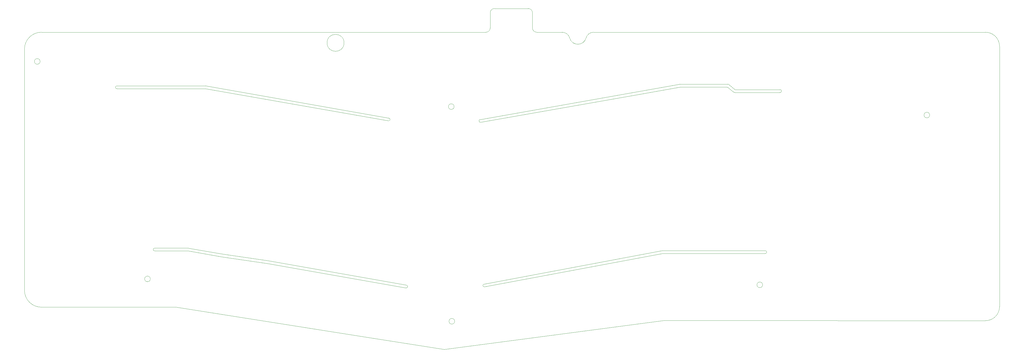
<source format=gbr>
%TF.GenerationSoftware,KiCad,Pcbnew,(6.0.1)*%
%TF.CreationDate,2022-01-26T01:35:16+07:00*%
%TF.ProjectId,Maja V1 PCB Redesign,4d616a61-2056-4312-9050-434220526564,rev?*%
%TF.SameCoordinates,Original*%
%TF.FileFunction,Profile,NP*%
%FSLAX46Y46*%
G04 Gerber Fmt 4.6, Leading zero omitted, Abs format (unit mm)*
G04 Created by KiCad (PCBNEW (6.0.1)) date 2022-01-26 01:35:16*
%MOMM*%
%LPD*%
G01*
G04 APERTURE LIST*
%TA.AperFunction,Profile*%
%ADD10C,0.050000*%
%TD*%
G04 APERTURE END LIST*
D10*
X45677031Y-96640770D02*
G75*
G03*
X45677031Y-96640770I-1000000J0D01*
G01*
X360477037Y-115640758D02*
G75*
G03*
X360477037Y-115640758I-1000000J0D01*
G01*
X192377043Y-188640764D02*
G75*
G03*
X192377043Y-188640764I-1000000J0D01*
G01*
X84677055Y-173640769D02*
G75*
G03*
X84677055Y-173640769I-1000000J0D01*
G01*
X301355793Y-175742746D02*
G75*
G03*
X301355793Y-175742746I-1000000J0D01*
G01*
X192177043Y-112640764D02*
G75*
G03*
X192177043Y-112640764I-1000000J0D01*
G01*
X153228623Y-90066692D02*
G75*
G03*
X153228623Y-90066692I-2999999J0D01*
G01*
X380207066Y-188440500D02*
G75*
G03*
X385207066Y-183440500I0J5000000D01*
G01*
X266409446Y-188350500D02*
X188697925Y-198602102D01*
X188697925Y-198602102D02*
X160664375Y-194199991D01*
X93742563Y-183641766D02*
X46139504Y-183653174D01*
X385207066Y-91307500D02*
X385207066Y-183440500D01*
X219907491Y-84807500D02*
G75*
G03*
X221407491Y-86307500I1500001J1D01*
G01*
X380045770Y-188440500D02*
X338691477Y-188405275D01*
X241529783Y-86307501D02*
G75*
G03*
X238873830Y-88344468I0J-2750000D01*
G01*
X206467490Y-77907500D02*
G75*
G03*
X204967490Y-79407500I1J-1500001D01*
G01*
X46138066Y-86307500D02*
G75*
G03*
X40138066Y-92307500I-1J-5999999D01*
G01*
X380207066Y-188440500D02*
X380045770Y-188440500D01*
X206467490Y-77907500D02*
X218407491Y-77907500D01*
X46138066Y-86307500D02*
X203467490Y-86307500D01*
X233079024Y-88344468D02*
G75*
G03*
X238873830Y-88344468I2897403J777853D01*
G01*
X160664375Y-194199991D02*
X93742563Y-183641766D01*
X40138066Y-177653175D02*
G75*
G03*
X46139504Y-183653174I5999999J0D01*
G01*
X241529783Y-86307500D02*
X380207066Y-86307500D01*
X317211595Y-188390677D02*
X317039627Y-188386832D01*
X276005132Y-188350500D02*
X266409446Y-188350500D01*
X40138066Y-177653175D02*
X40138066Y-92307500D01*
X338551714Y-188407599D02*
X317211595Y-188390677D01*
X219907491Y-79407500D02*
G75*
G03*
X218407491Y-77907500I-1500001J-1D01*
G01*
X219907491Y-79407500D02*
X219907491Y-84807500D01*
X338691477Y-188405275D02*
X338551714Y-188407599D01*
X204967490Y-84807500D02*
X204967490Y-79407500D01*
X276006514Y-188351881D02*
X276005132Y-188350500D01*
X221407491Y-86307500D02*
X230423071Y-86307500D01*
X317039627Y-188386832D02*
X276006514Y-188351881D01*
X233079024Y-88344468D02*
G75*
G03*
X230423071Y-86307500I-2655952J-713031D01*
G01*
X385207066Y-91307500D02*
G75*
G03*
X380207066Y-86307500I-5000000J0D01*
G01*
X203467490Y-86307500D02*
G75*
G03*
X204967490Y-84807500I-1J1500001D01*
G01*
X307562778Y-107627081D02*
G75*
G03*
X307562778Y-106627081I0J500000D01*
G01*
X288886406Y-105684031D02*
X272166881Y-105684031D01*
X104289898Y-106294020D02*
X72832142Y-106293881D01*
X86201568Y-162736328D02*
G75*
G03*
X86201568Y-163736328I0J-500000D01*
G01*
X202772606Y-175473969D02*
X265793380Y-163648757D01*
X291109705Y-107513198D02*
X288886406Y-105684031D01*
X126208127Y-168195259D02*
X110002181Y-165825458D01*
X104420467Y-105301616D02*
X169116315Y-116709243D01*
X289383323Y-104797914D02*
X291606621Y-106627081D01*
X126360074Y-167206843D02*
X126374551Y-167209177D01*
X110154129Y-164837042D02*
X126360074Y-167206843D01*
X201395519Y-117192872D02*
G75*
G03*
X201569172Y-118177679I86826J-492404D01*
G01*
X98283469Y-162743924D02*
G75*
G03*
X98196645Y-162736328I-86832J-492506D01*
G01*
X302303057Y-164640181D02*
X265932095Y-164640181D01*
X110002181Y-165825458D02*
X109987703Y-165823123D01*
X98152901Y-163736328D02*
X86201568Y-163736328D01*
X109987703Y-165823123D02*
X98152901Y-163736328D01*
X72832147Y-105293881D02*
G75*
G03*
X72832142Y-106293881I-2J-500000D01*
G01*
X265932095Y-164640181D02*
X202957028Y-176456816D01*
X265885591Y-163640181D02*
X302303057Y-163640181D01*
X289383323Y-104797914D02*
G75*
G03*
X289065654Y-104684031I-317668J-386114D01*
G01*
X104420467Y-105301616D02*
G75*
G03*
X104333645Y-105294020I-86830J-492483D01*
G01*
X257750359Y-107255678D02*
X272034030Y-104691896D01*
X168942667Y-117694050D02*
G75*
G03*
X169116315Y-116709243I86827J492403D01*
G01*
X291109705Y-107513198D02*
G75*
G03*
X291427374Y-107627081I317668J386114D01*
G01*
X168942667Y-117694050D02*
X104289898Y-106294020D01*
X175161577Y-176826864D02*
X126208127Y-168195259D01*
X126374551Y-167209177D02*
X175335225Y-175842056D01*
X202772606Y-175473968D02*
G75*
G03*
X202957028Y-176456816I92211J-491424D01*
G01*
X302303057Y-164640181D02*
G75*
G03*
X302303057Y-163640181I0J500000D01*
G01*
X307562778Y-107627081D02*
X291427374Y-107627081D01*
X257927027Y-108239950D02*
G75*
G03*
X257925520Y-108240218I584965J-3293705D01*
G01*
X272122364Y-104684031D02*
G75*
G03*
X272034030Y-104691896I-4J-499945D01*
G01*
X98283469Y-162743924D02*
X110154129Y-164837042D01*
X86201568Y-162736328D02*
X98196645Y-162736328D01*
X291606621Y-106627081D02*
X307562778Y-106627081D01*
X272166881Y-105684031D02*
X257927027Y-108239950D01*
X201395519Y-117192873D02*
X257750359Y-107255678D01*
X257925520Y-108240218D02*
X201569172Y-118177679D01*
X272122364Y-104684031D02*
X289065654Y-104684031D01*
X72832147Y-105293881D02*
X104333645Y-105294020D01*
X175161577Y-176826864D02*
G75*
G03*
X175335225Y-175842056I86824J492404D01*
G01*
X265885591Y-163640181D02*
G75*
G03*
X265793380Y-163648757I9J-500123D01*
G01*
M02*

</source>
